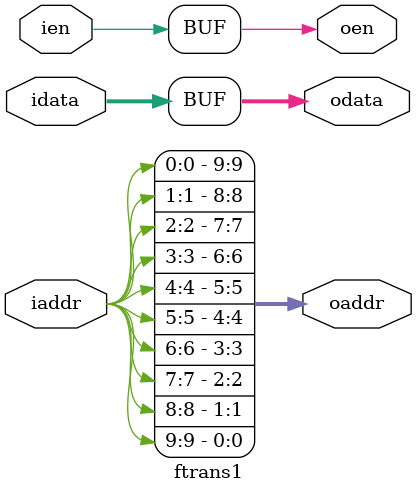
<source format=v>
`timescale 1ns/100ps

module ftrans1 #( parameter TOTAL_STAGE_P = 10,
							MULT_WIDTH_P = 18 ) (
	input  ien,
	input  [TOTAL_STAGE_P-1:0]  iaddr,
	input  [2*MULT_WIDTH_P-1:0] idata,
	output oen,
	output [TOTAL_STAGE_P-1:0]  oaddr,
	output [2*MULT_WIDTH_P-1:0] odata
);

	// `include "fft_inc.h"

	assign odata = idata;
	assign oen = ien;
	
	generate	// bit_reverse
		genvar index;
		for(index=0; index<TOTAL_STAGE_P; index=index+1) begin: bit_reverse
			assign oaddr[TOTAL_STAGE_P-index-1] = iaddr[index];
		end
	endgenerate

endmodule

</source>
